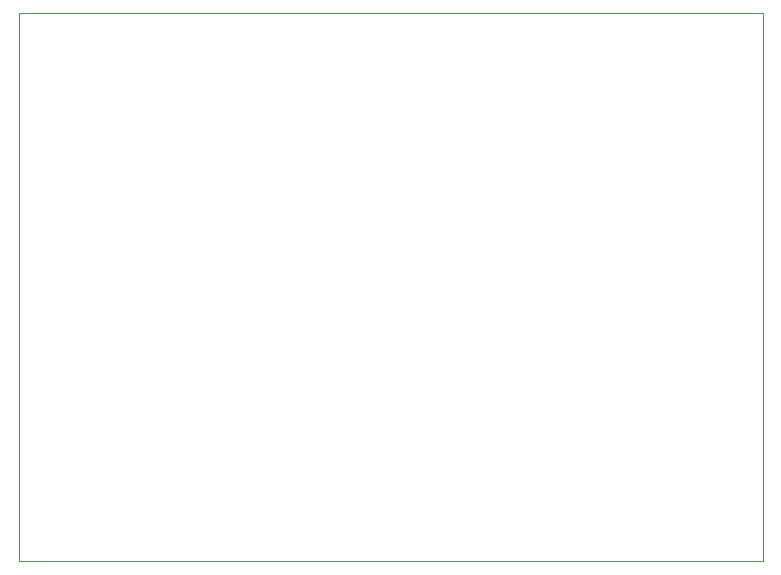
<source format=gko>
%FSLAX46Y46*%
%MOMM*%
%ADD10C,0.010000*%
G01*
%LPD*%
G01*
%LPD*%
D10*
X0Y0D02*
X0Y46400000D01*
D10*
X0Y46400000D02*
X63000000Y46400000D01*
D10*
X63000000Y46400000D02*
X63000000Y0D01*
D10*
X63000000Y0D02*
X0Y0D01*
G75*
M02*

</source>
